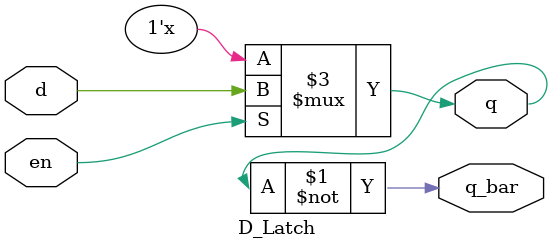
<source format=v>
`timescale 1ns / 1ps


module D_Latch(
    input d, 
    input en,
    output q,
    output q_bar
    );
    
    reg q;
    assign q_bar = ~q;
    
    always@(en, d) begin
        if (en) q <= d;
    end
endmodule

</source>
